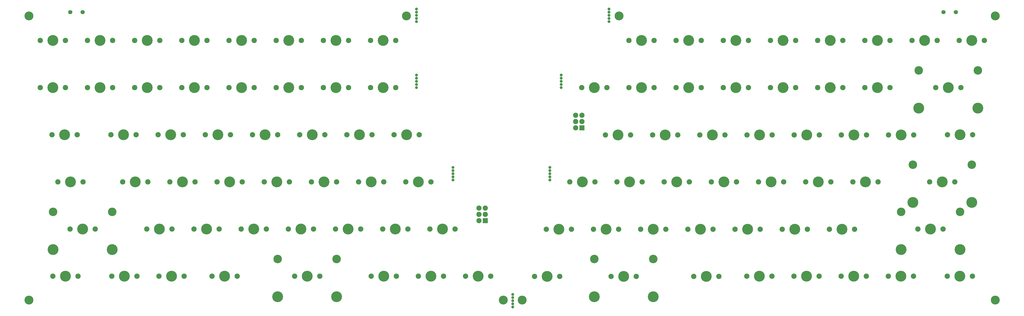
<source format=gts>
G04 #@! TF.GenerationSoftware,KiCad,Pcbnew,5.1.5*
G04 #@! TF.CreationDate,2020-02-16T02:09:05+01:00*
G04 #@! TF.ProjectId,k8split,6b387370-6c69-4742-9e6b-696361645f70,rev?*
G04 #@! TF.SameCoordinates,Original*
G04 #@! TF.FileFunction,Soldermask,Top*
G04 #@! TF.FilePolarity,Negative*
%FSLAX46Y46*%
G04 Gerber Fmt 4.6, Leading zero omitted, Abs format (unit mm)*
G04 Created by KiCad (PCBNEW 5.1.5) date 2020-02-16 02:09:05*
%MOMM*%
%LPD*%
G04 APERTURE LIST*
%ADD10R,2.100000X2.100000*%
%ADD11C,2.100000*%
%ADD12C,1.187400*%
%ADD13C,3.600000*%
%ADD14C,4.387800*%
%ADD15C,2.150000*%
%ADD16C,1.700000*%
%ADD17C,3.448000*%
G04 APERTURE END LIST*
D10*
X160274000Y-72136000D03*
D11*
X157734000Y-72136000D03*
X160274000Y-69596000D03*
X157734000Y-69596000D03*
X160274000Y-67056000D03*
X157734000Y-67056000D03*
D10*
X121285000Y-109601000D03*
D11*
X118745000Y-109601000D03*
X121285000Y-107061000D03*
X118745000Y-107061000D03*
X121285000Y-104521000D03*
X118745000Y-104521000D03*
D12*
X171196000Y-24130000D03*
X171196000Y-25400000D03*
X171196000Y-29210000D03*
X171196000Y-27940000D03*
X171196000Y-26670000D03*
X93472000Y-29210000D03*
X93472000Y-27940000D03*
X93472000Y-24130000D03*
X93472000Y-25400000D03*
X93472000Y-26670000D03*
X151892000Y-50800000D03*
X151892000Y-52070000D03*
X151892000Y-55880000D03*
X151892000Y-54610000D03*
X151892000Y-53340000D03*
X147320000Y-88138000D03*
X147320000Y-89408000D03*
X147320000Y-93218000D03*
X147320000Y-91948000D03*
X147320000Y-90678000D03*
X108204000Y-93218000D03*
X108204000Y-91948000D03*
X108204000Y-88138000D03*
X108204000Y-89408000D03*
X108204000Y-90678000D03*
X132334000Y-144526000D03*
X132334000Y-143256000D03*
X132334000Y-139446000D03*
X132334000Y-140716000D03*
X132334000Y-141986000D03*
X93472000Y-55880000D03*
X93472000Y-54610000D03*
X93472000Y-50800000D03*
X93472000Y-52070000D03*
X93472000Y-53340000D03*
D13*
X327152000Y-141732000D03*
X327152000Y-26924000D03*
X136144000Y-141732000D03*
X175260000Y-26924000D03*
X128524000Y-141732000D03*
X89408000Y-26924000D03*
X-62992000Y-141732000D03*
X-62992000Y-26924000D03*
D14*
X298680339Y-36829192D03*
D15*
X293600339Y-36829192D03*
X303760339Y-36829192D03*
D16*
X311308000Y-25384000D03*
X306308000Y-25384000D03*
X-41244000Y-25384000D03*
X-46244000Y-25384000D03*
D14*
X27773774Y-113014888D03*
D15*
X22693774Y-113014888D03*
X32853774Y-113014888D03*
D14*
X22860000Y-55880000D03*
D15*
X17780000Y-55880000D03*
X27940000Y-55880000D03*
D14*
X41910000Y-55880000D03*
D15*
X36830000Y-55880000D03*
X46990000Y-55880000D03*
D14*
X151041409Y-113066416D03*
D15*
X145961409Y-113066416D03*
X156121409Y-113066416D03*
D14*
X177189074Y-132131241D03*
D15*
X172109074Y-132131241D03*
X182269074Y-132131241D03*
D17*
X165282824Y-125146241D03*
X189095324Y-125146241D03*
D14*
X165282824Y-140386241D03*
X189095324Y-140386241D03*
X184375888Y-55890445D03*
D15*
X179295888Y-55890445D03*
X189455888Y-55890445D03*
D14*
X174854201Y-74974066D03*
D15*
X169774201Y-74974066D03*
X179934201Y-74974066D03*
D14*
X89522783Y-74936332D03*
D15*
X84442783Y-74936332D03*
X94602783Y-74936332D03*
D14*
X80010000Y-55880000D03*
D15*
X74930000Y-55880000D03*
X85090000Y-55880000D03*
D14*
X210513241Y-132118479D03*
D15*
X205433241Y-132118479D03*
X215593241Y-132118479D03*
D14*
X49358112Y-132095921D03*
D15*
X44278112Y-132095921D03*
X54438112Y-132095921D03*
D17*
X37451862Y-125110921D03*
X61264362Y-125110921D03*
D14*
X37451862Y-140350921D03*
X61264362Y-140350921D03*
X16035748Y-132085616D03*
D15*
X10955748Y-132085616D03*
X21115748Y-132085616D03*
D14*
X99365838Y-132096756D03*
D15*
X94285838Y-132096756D03*
X104445838Y-132096756D03*
D14*
X-48260000Y-132080000D03*
D15*
X-53340000Y-132080000D03*
X-43180000Y-132080000D03*
D14*
X-41275000Y-113030000D03*
D15*
X-46355000Y-113030000D03*
X-36195000Y-113030000D03*
D17*
X-53181250Y-106045000D03*
X-29368750Y-106045000D03*
D14*
X-53181250Y-121285000D03*
X-29368750Y-121285000D03*
X-46176268Y-93968887D03*
D15*
X-51256268Y-93968887D03*
X-41096268Y-93968887D03*
D14*
X-48577963Y-74921403D03*
D15*
X-53657963Y-74921403D03*
X-43497963Y-74921403D03*
D14*
X-24451551Y-132079122D03*
D15*
X-29531551Y-132079122D03*
X-19371551Y-132079122D03*
D14*
X146228709Y-132131965D03*
D15*
X141148709Y-132131965D03*
X151308709Y-132131965D03*
D14*
X160512442Y-94009176D03*
D15*
X155432442Y-94009176D03*
X165592442Y-94009176D03*
D14*
X312912442Y-132109176D03*
D15*
X307832442Y-132109176D03*
X317992442Y-132109176D03*
D14*
X301063524Y-113049673D03*
D15*
X295983524Y-113049673D03*
X306143524Y-113049673D03*
D17*
X289157274Y-106064673D03*
X312969774Y-106064673D03*
D14*
X289157274Y-121304673D03*
X312969774Y-121304673D03*
X305800442Y-94009176D03*
D15*
X300720442Y-94009176D03*
X310880442Y-94009176D03*
D17*
X293894192Y-87024176D03*
X317706692Y-87024176D03*
D14*
X293894192Y-102264176D03*
X317706692Y-102264176D03*
X312968017Y-74963325D03*
D15*
X307888017Y-74963325D03*
X318048017Y-74963325D03*
D14*
X308226363Y-55913325D03*
D15*
X303146363Y-55913325D03*
X313306363Y-55913325D03*
D17*
X296320113Y-48928325D03*
X320132613Y-48928325D03*
D14*
X296320113Y-64168325D03*
X320132613Y-64168325D03*
X80315838Y-132096756D03*
D15*
X75235838Y-132096756D03*
X85395838Y-132096756D03*
D14*
X317733581Y-36830000D03*
D15*
X312653581Y-36830000D03*
X322813581Y-36830000D03*
D14*
X289085757Y-132115335D03*
D15*
X284005757Y-132115335D03*
X294165757Y-132115335D03*
D14*
X265341409Y-113066416D03*
D15*
X260261409Y-113066416D03*
X270421409Y-113066416D03*
D14*
X274812442Y-94009176D03*
D15*
X269732442Y-94009176D03*
X279892442Y-94009176D03*
D14*
X289154201Y-74974066D03*
D15*
X284074201Y-74974066D03*
X294234201Y-74974066D03*
D14*
X279625888Y-55890445D03*
D15*
X274545888Y-55890445D03*
X284705888Y-55890445D03*
D14*
X270035757Y-132115335D03*
D15*
X264955757Y-132115335D03*
X275115757Y-132115335D03*
D14*
X246291409Y-113066416D03*
D15*
X241211409Y-113066416D03*
X251371409Y-113066416D03*
D14*
X255762442Y-94009176D03*
D15*
X250682442Y-94009176D03*
X260842442Y-94009176D03*
D14*
X270104201Y-74974066D03*
D15*
X265024201Y-74974066D03*
X275184201Y-74974066D03*
D14*
X260575888Y-55890445D03*
D15*
X255495888Y-55890445D03*
X265655888Y-55890445D03*
D14*
X279630339Y-36829192D03*
D15*
X274550339Y-36829192D03*
X284710339Y-36829192D03*
D14*
X250985757Y-132115335D03*
D15*
X245905757Y-132115335D03*
X256065757Y-132115335D03*
D14*
X227241409Y-113066416D03*
D15*
X222161409Y-113066416D03*
X232321409Y-113066416D03*
D14*
X236712442Y-94009176D03*
D15*
X231632442Y-94009176D03*
X241792442Y-94009176D03*
D14*
X251054201Y-74974066D03*
D15*
X245974201Y-74974066D03*
X256134201Y-74974066D03*
D14*
X241525888Y-55890445D03*
D15*
X236445888Y-55890445D03*
X246605888Y-55890445D03*
D14*
X260580339Y-36829192D03*
D15*
X255500339Y-36829192D03*
X265660339Y-36829192D03*
D14*
X231935757Y-132115335D03*
D15*
X226855757Y-132115335D03*
X237015757Y-132115335D03*
D14*
X208191409Y-113066416D03*
D15*
X203111409Y-113066416D03*
X213271409Y-113066416D03*
D14*
X217662442Y-94009176D03*
D15*
X212582442Y-94009176D03*
X222742442Y-94009176D03*
D14*
X232004201Y-74974066D03*
D15*
X226924201Y-74974066D03*
X237084201Y-74974066D03*
D14*
X222475888Y-55890445D03*
D15*
X217395888Y-55890445D03*
X227555888Y-55890445D03*
D14*
X241530339Y-36829192D03*
D15*
X236450339Y-36829192D03*
X246610339Y-36829192D03*
D14*
X189141409Y-113066416D03*
D15*
X184061409Y-113066416D03*
X194221409Y-113066416D03*
D14*
X198612442Y-94009176D03*
D15*
X193532442Y-94009176D03*
X203692442Y-94009176D03*
D14*
X212954201Y-74974066D03*
D15*
X207874201Y-74974066D03*
X218034201Y-74974066D03*
D14*
X203425888Y-55890445D03*
D15*
X198345888Y-55890445D03*
X208505888Y-55890445D03*
D14*
X222480339Y-36829192D03*
D15*
X217400339Y-36829192D03*
X227560339Y-36829192D03*
D14*
X170091409Y-113066416D03*
D15*
X165011409Y-113066416D03*
X175171409Y-113066416D03*
D14*
X179562442Y-94009176D03*
D15*
X174482442Y-94009176D03*
X184642442Y-94009176D03*
D14*
X193904201Y-74974066D03*
D15*
X188824201Y-74974066D03*
X198984201Y-74974066D03*
D14*
X203430339Y-36829192D03*
D15*
X198350339Y-36829192D03*
X208510339Y-36829192D03*
D14*
X165325888Y-55890445D03*
D15*
X160245888Y-55890445D03*
X170405888Y-55890445D03*
D14*
X184380339Y-36829192D03*
D15*
X179300339Y-36829192D03*
X189460339Y-36829192D03*
D14*
X118415838Y-132096756D03*
D15*
X113335838Y-132096756D03*
X123495838Y-132096756D03*
D14*
X103973774Y-113014888D03*
D15*
X98893774Y-113014888D03*
X109053774Y-113014888D03*
D14*
X94257502Y-93965973D03*
D15*
X89177502Y-93965973D03*
X99337502Y-93965973D03*
D14*
X80010000Y-36830000D03*
D15*
X74930000Y-36830000D03*
X85090000Y-36830000D03*
D14*
X84923774Y-113014888D03*
D15*
X79843774Y-113014888D03*
X90003774Y-113014888D03*
D14*
X75207502Y-93965973D03*
D15*
X70127502Y-93965973D03*
X80287502Y-93965973D03*
D14*
X70472783Y-74936332D03*
D15*
X65392783Y-74936332D03*
X75552783Y-74936332D03*
D14*
X60960000Y-55880000D03*
D15*
X55880000Y-55880000D03*
X66040000Y-55880000D03*
D14*
X60960000Y-36830000D03*
D15*
X55880000Y-36830000D03*
X66040000Y-36830000D03*
D14*
X65873774Y-113014888D03*
D15*
X60793774Y-113014888D03*
X70953774Y-113014888D03*
D14*
X56157502Y-93965973D03*
D15*
X51077502Y-93965973D03*
X61237502Y-93965973D03*
D14*
X51422783Y-74936332D03*
D15*
X46342783Y-74936332D03*
X56502783Y-74936332D03*
D14*
X41910000Y-36830000D03*
D15*
X36830000Y-36830000D03*
X46990000Y-36830000D03*
D14*
X46823774Y-113014888D03*
D15*
X41743774Y-113014888D03*
X51903774Y-113014888D03*
D14*
X37107502Y-93965973D03*
D15*
X32027502Y-93965973D03*
X42187502Y-93965973D03*
D14*
X32372783Y-74936332D03*
D15*
X27292783Y-74936332D03*
X37452783Y-74936332D03*
D14*
X22860000Y-36830000D03*
D15*
X17780000Y-36830000D03*
X27940000Y-36830000D03*
D14*
X18057502Y-93965973D03*
D15*
X12977502Y-93965973D03*
X23137502Y-93965973D03*
D14*
X13322783Y-74936332D03*
D15*
X8242783Y-74936332D03*
X18402783Y-74936332D03*
D14*
X3810000Y-55880000D03*
D15*
X-1270000Y-55880000D03*
X8890000Y-55880000D03*
D14*
X3810000Y-36830000D03*
D15*
X-1270000Y-36830000D03*
X8890000Y-36830000D03*
D14*
X-5401551Y-132079122D03*
D15*
X-10481551Y-132079122D03*
X-321551Y-132079122D03*
D14*
X8723774Y-113014888D03*
D15*
X3643774Y-113014888D03*
X13803774Y-113014888D03*
D14*
X-992498Y-93965973D03*
D15*
X-6072498Y-93965973D03*
X4087502Y-93965973D03*
D14*
X-5727217Y-74936332D03*
D15*
X-10807217Y-74936332D03*
X-647217Y-74936332D03*
D14*
X-15240000Y-55880000D03*
D15*
X-20320000Y-55880000D03*
X-10160000Y-55880000D03*
D14*
X-15240000Y-36830000D03*
D15*
X-20320000Y-36830000D03*
X-10160000Y-36830000D03*
D14*
X-10326226Y-113014888D03*
D15*
X-15406226Y-113014888D03*
X-5246226Y-113014888D03*
D14*
X-20042498Y-93965973D03*
D15*
X-25122498Y-93965973D03*
X-14962498Y-93965973D03*
D14*
X-24777217Y-74936332D03*
D15*
X-29857217Y-74936332D03*
X-19697217Y-74936332D03*
D14*
X-34290000Y-55880000D03*
D15*
X-39370000Y-55880000D03*
X-29210000Y-55880000D03*
D14*
X-34290000Y-36830000D03*
D15*
X-39370000Y-36830000D03*
X-29210000Y-36830000D03*
D14*
X-53340000Y-55880000D03*
D15*
X-58420000Y-55880000D03*
X-48260000Y-55880000D03*
D14*
X-53340000Y-36830000D03*
D15*
X-58420000Y-36830000D03*
X-48260000Y-36830000D03*
M02*

</source>
